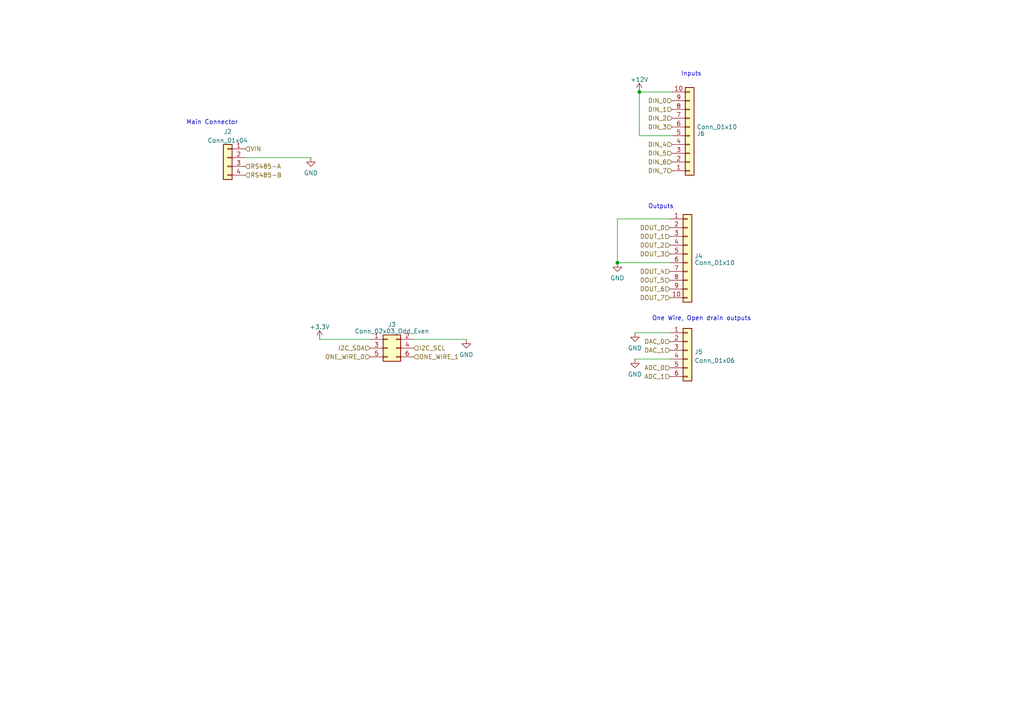
<source format=kicad_sch>
(kicad_sch (version 20230121) (generator eeschema)
  (paper "A4")
  (lib_symbols
    (symbol "Connector_Generic:Conn_01x04" (pin_names (offset 1.016) hide)
      (property "Reference" "J" (at 0 5.08 0))
      (property "Value" "Conn_01x04" (at 0 -7.62 0))
      (symbol "Conn_01x04_1_1"
        (rectangle (start -1.27 -4.953) (end 0 -5.207) (stroke (width 0.1524)))
        (rectangle (start -1.27 -2.413) (end 0 -2.667) (stroke (width 0.1524)))
        (rectangle (start -1.27 0.127) (end 0 -0.127) (stroke (width 0.1524)))
        (rectangle (start -1.27 2.667) (end 0 2.413) (stroke (width 0.1524)))
        (rectangle (start -1.27 3.81) (end 1.27 -6.35) (stroke (width 0.254)) (fill (type background)))
        (pin passive line (at -5.08 2.54 0) (length 3.81) (name "Pin_1") (number "1"))
        (pin passive line (at -5.08 0 0) (length 3.81) (name "Pin_2") (number "2"))
        (pin passive line (at -5.08 -2.54 0) (length 3.81) (name "Pin_3") (number "3"))
        (pin passive line (at -5.08 -5.08 0) (length 3.81) (name "Pin_4") (number "4"))
      )
    )
    (symbol "Connector_Generic:Conn_01x06" (pin_names (offset 1.016) hide)
      (property "Reference" "J" (at 0 7.62 0))
      (property "Value" "Conn_01x06" (at 0 -10.16 0))
      (symbol "Conn_01x06_1_1"
        (rectangle (start -1.27 -7.493) (end 0 -7.747) (stroke (width 0.1524)))
        (rectangle (start -1.27 -4.953) (end 0 -5.207) (stroke (width 0.1524)))
        (rectangle (start -1.27 -2.413) (end 0 -2.667) (stroke (width 0.1524)))
        (rectangle (start -1.27 0.127) (end 0 -0.127) (stroke (width 0.1524)))
        (rectangle (start -1.27 2.667) (end 0 2.413) (stroke (width 0.1524)))
        (rectangle (start -1.27 5.207) (end 0 4.953) (stroke (width 0.1524)))
        (rectangle (start -1.27 6.35) (end 1.27 -8.89) (stroke (width 0.254)) (fill (type background)))
        (pin passive line (at -5.08 5.08 0) (length 3.81) (name "Pin_1") (number "1"))
        (pin passive line (at -5.08 2.54 0) (length 3.81) (name "Pin_2") (number "2"))
        (pin passive line (at -5.08 0 0) (length 3.81) (name "Pin_3") (number "3"))
        (pin passive line (at -5.08 -2.54 0) (length 3.81) (name "Pin_4") (number "4"))
        (pin passive line (at -5.08 -5.08 0) (length 3.81) (name "Pin_5") (number "5"))
        (pin passive line (at -5.08 -7.62 0) (length 3.81) (name "Pin_6") (number "6"))
      )
    )
    (symbol "Connector_Generic:Conn_01x10" (pin_names (offset 1.016) hide)
      (property "Reference" "J" (at 0 12.7 0))
      (property "Value" "Conn_01x10" (at 0 -15.24 0))
      (symbol "Conn_01x10_1_1"
        (rectangle (start -1.27 -12.573) (end 0 -12.827) (stroke (width 0.1524)))
        (rectangle (start -1.27 -10.033) (end 0 -10.287) (stroke (width 0.1524)))
        (rectangle (start -1.27 -7.493) (end 0 -7.747) (stroke (width 0.1524)))
        (rectangle (start -1.27 -4.953) (end 0 -5.207) (stroke (width 0.1524)))
        (rectangle (start -1.27 -2.413) (end 0 -2.667) (stroke (width 0.1524)))
        (rectangle (start -1.27 0.127) (end 0 -0.127) (stroke (width 0.1524)))
        (rectangle (start -1.27 2.667) (end 0 2.413) (stroke (width 0.1524)))
        (rectangle (start -1.27 5.207) (end 0 4.953) (stroke (width 0.1524)))
        (rectangle (start -1.27 7.747) (end 0 7.493) (stroke (width 0.1524)))
        (rectangle (start -1.27 10.287) (end 0 10.033) (stroke (width 0.1524)))
        (rectangle (start -1.27 11.43) (end 1.27 -13.97) (stroke (width 0.254)) (fill (type background)))
        (pin passive line (at -5.08 10.16 0) (length 3.81) (name "Pin_1") (number "1"))
        (pin passive line (at -5.08 -12.7 0) (length 3.81) (name "Pin_10") (number "10"))
        (pin passive line (at -5.08 7.62 0) (length 3.81) (name "Pin_2") (number "2"))
        (pin passive line (at -5.08 5.08 0) (length 3.81) (name "Pin_3") (number "3"))
        (pin passive line (at -5.08 2.54 0) (length 3.81) (name "Pin_4") (number "4"))
        (pin passive line (at -5.08 0 0) (length 3.81) (name "Pin_5") (number "5"))
        (pin passive line (at -5.08 -2.54 0) (length 3.81) (name "Pin_6") (number "6"))
        (pin passive line (at -5.08 -5.08 0) (length 3.81) (name "Pin_7") (number "7"))
        (pin passive line (at -5.08 -7.62 0) (length 3.81) (name "Pin_8") (number "8"))
        (pin passive line (at -5.08 -10.16 0) (length 3.81) (name "Pin_9") (number "9"))
      )
    )
    (symbol "Connector_Generic:Conn_02x03_Odd_Even" (pin_names (offset 1.016) hide)
      (property "Reference" "J" (at 1.27 5.08 0))
      (property "Value" "Conn_02x03_Odd_Even" (at 1.27 -5.08 0))
      (symbol "Conn_02x03_Odd_Even_1_1"
        (rectangle (start -1.27 -2.413) (end 0 -2.667) (stroke (width 0.1524)))
        (rectangle (start -1.27 0.127) (end 0 -0.127) (stroke (width 0.1524)))
        (rectangle (start -1.27 2.667) (end 0 2.413) (stroke (width 0.1524)))
        (rectangle (start -1.27 3.81) (end 3.81 -3.81) (stroke (width 0.254)) (fill (type background)))
        (rectangle (start 3.81 -2.413) (end 2.54 -2.667) (stroke (width 0.1524)))
        (rectangle (start 3.81 0.127) (end 2.54 -0.127) (stroke (width 0.1524)))
        (rectangle (start 3.81 2.667) (end 2.54 2.413) (stroke (width 0.1524)))
        (pin passive line (at -5.08 2.54 0) (length 3.81) (name "Pin_1") (number "1"))
        (pin passive line (at 7.62 2.54 180) (length 3.81) (name "Pin_2") (number "2"))
        (pin passive line (at -5.08 0 0) (length 3.81) (name "Pin_3") (number "3"))
        (pin passive line (at 7.62 0 180) (length 3.81) (name "Pin_4") (number "4"))
        (pin passive line (at -5.08 -2.54 0) (length 3.81) (name "Pin_5") (number "5"))
        (pin passive line (at 7.62 -2.54 180) (length 3.81) (name "Pin_6") (number "6"))
      )
    )
    (symbol "power:+12V" (power) (pin_names (offset 0))
      (property "Value" "+12V" (at 0 3.556 0))
      (symbol "+12V_0_1"
        (polyline (pts (xy -0.762 1.27) (xy 0 2.54)))
        (polyline (pts (xy 0 0) (xy 0 2.54)))
        (polyline (pts (xy 0 2.54) (xy 0.762 1.27)))
      )
      (symbol "+12V_1_1"
        (pin power_in line (at 0 0 90) (length 0) hide (name "+12V") (number "1"))
      )
    )
    (symbol "power:+3.3V" (power) (pin_names (offset 0))
      (property "Value" "+3.3V" (at 0 3.556 0))
      (symbol "+3.3V_0_1"
        (polyline (pts (xy -0.762 1.27) (xy 0 2.54)))
        (polyline (pts (xy 0 0) (xy 0 2.54)))
        (polyline (pts (xy 0 2.54) (xy 0.762 1.27)))
      )
      (symbol "+3.3V_1_1"
        (pin power_in line (at 0 0 90) (length 0) hide (name "+3.3V") (number "1"))
      )
    )
    (symbol "power:GND" (power) (pin_names (offset 0))
      (property "Value" "GND" (at 0 -3.81 0))
      (symbol "GND_0_1"
        (polyline (pts (xy 0 0) (xy 0 -1.27) (xy 1.27 -1.27) (xy 0 -2.54) (xy -1.27 -1.27) (xy 0 -1.27)))
      )
      (symbol "GND_1_1"
        (pin power_in line (at 0 0 270) (length 0) hide (name "GND") (number "1"))
      )
    )
  )
  (junction (at 185.42 26.67))
  (junction (at 179.07 76.2))
  (wire (pts (xy 185.42 26.67) (xy 185.42 39.37)))
  (wire (pts (xy 71.12 45.72) (xy 90.17 45.72)))
  (wire (pts (xy 185.42 39.37) (xy 194.945 39.37)))
  (wire (pts (xy 194.31 76.2) (xy 179.07 76.2)))
  (wire (pts (xy 179.07 76.2) (xy 179.07 63.5)))
  (wire (pts (xy 194.31 63.5) (xy 179.07 63.5)))
  (wire (pts (xy 184.15 96.52) (xy 194.31 96.52)))
  (wire (pts (xy 92.71 98.425) (xy 107.315 98.425)))
  (wire (pts (xy 184.15 104.14) (xy 194.31 104.14)))
  (wire (pts (xy 185.42 26.67) (xy 194.945 26.67)))
  (wire (pts (xy 120.015 98.425) (xy 135.255 98.425)))
  (text "Inputs" (at 197.485 22.225 0) (effects (font (size 1.27 1.27)) (justify left bottom)))
  (text "Main Connector\n" (at 53.975 36.322 0) (effects (font (size 1.27 1.27)) (justify left bottom)))
  (text "One Wire, Open drain outputs\n" (at 189.0854 93.1911 0) (effects (font (size 1.27 1.27)) (justify left bottom)))
  (text "Outputs" (at 187.96 60.706 0) (effects (font (size 1.27 1.27)) (justify left bottom)))
  (hierarchical_label "DIN_3" (shape input) (at 194.945 36.83 180))
  (hierarchical_label "ADC_0" (shape input) (at 194.31 106.68 180))
  (hierarchical_label "DOUT_3" (shape input) (at 194.31 73.66 180))
  (hierarchical_label "DOUT_4" (shape input) (at 194.31 78.74 180))
  (hierarchical_label "DAC_0" (shape input) (at 194.31 99.06 180))
  (hierarchical_label "RS485-B" (shape input) (at 71.12 50.8 0))
  (hierarchical_label "DOUT_1" (shape input) (at 194.31 68.58 180))
  (hierarchical_label "ONE_WIRE_1" (shape input) (at 120.015 103.505 0))
  (hierarchical_label "DIN_7" (shape input) (at 194.945 49.53 180))
  (hierarchical_label "ONE_WIRE_0" (shape input) (at 107.315 103.505 180))
  (hierarchical_label "VIN" (shape input) (at 71.12 43.18 0))
  (hierarchical_label "DIN_5" (shape input) (at 194.945 44.45 180))
  (hierarchical_label "DOUT_7" (shape input) (at 194.31 86.36 180))
  (hierarchical_label "I2C_SCL" (shape input) (at 120.015 100.965 0))
  (hierarchical_label "DIN_0" (shape input) (at 194.945 29.21 180))
  (hierarchical_label "RS485-A" (shape input) (at 71.12 48.26 0))
  (hierarchical_label "DIN_4" (shape input) (at 194.945 41.91 180))
  (hierarchical_label "DIN_1" (shape input) (at 194.945 31.75 180))
  (hierarchical_label "DOUT_0" (shape input) (at 194.31 66.04 180))
  (hierarchical_label "DOUT_6" (shape input) (at 194.31 83.82 180))
  (hierarchical_label "DAC_1" (shape input) (at 194.31 101.6 180))
  (hierarchical_label "ADC_1" (shape input) (at 194.31 109.22 180))
  (hierarchical_label "I2C_SDA" (shape input) (at 107.315 100.965 180))
  (hierarchical_label "DIN_2" (shape input) (at 194.945 34.29 180))
  (hierarchical_label "DOUT_5" (shape input) (at 194.31 81.28 180))
  (hierarchical_label "DOUT_2" (shape input) (at 194.31 71.12 180))
  (hierarchical_label "DIN_6" (shape input) (at 194.945 46.99 180))
  (symbol (lib_id "power:+3.3V") (at 92.71 98.425 0) (unit 1)
    (property "Reference" "#PWR073" (effects hide))
    (property "Value" "+3.3V" (at 92.71 94.8492 0))
  )
  (symbol (lib_id "power:+12V") (at 185.42 26.67 0) (unit 1)
    (property "Reference" "#PWR078" (effects hide))
    (property "Value" "+12V" (at 185.42 23.0942 0))
  )
  (symbol (lib_id "power:GND") (at 90.17 45.72 0) (unit 1)
    (property "Reference" "#PWR072" (effects hide))
    (property "Value" "GND" (at 90.17 50.1634 0))
  )
  (symbol (lib_id "Connector_Generic:Conn_01x04") (at 66.04 45.72 0) (mirror y) (unit 1)
    (property "Reference" "J2" (at 66.04 38.2102 0))
    (property "Value" "Conn_01x04" (at 66.04 40.7471 0))
    (property "Footprint" "Connector_Phoenix_MSTB:PhoenixContact_MSTBVA_2,5_4-G_1x04_P5.00mm_Vertical" (effects hide))
  )
  (symbol (lib_id "Connector_Generic:Conn_01x10") (at 200.025 39.37 0) (mirror x) (unit 1)
    (property "Reference" "J6" (at 202.057 38.7437 0) (effects (justify left)))
    (property "Value" "Conn_01x10" (at 202.057 36.8227 0) (effects (justify left)))
    (property "Footprint" "Connector_Phoenix_MC:PhoenixContact_MCV_1,5_10-G-3.5_1x10_P3.50mm_Vertical" (effects hide))
  )
  (symbol (lib_id "power:GND") (at 184.15 104.14 0) (unit 1)
    (property "Reference" "#PWR077" (effects hide))
    (property "Value" "GND" (at 184.15 108.5834 0))
  )
  (symbol (lib_id "Connector_Generic:Conn_01x10") (at 199.39 73.66 0) (unit 1)
    (property "Reference" "J4" (at 201.422 74.2863 0) (effects (justify left)))
    (property "Value" "Conn_01x10" (at 201.422 76.2073 0) (effects (justify left)))
    (property "Footprint" "Connector_Phoenix_MC:PhoenixContact_MCV_1,5_10-G-3.5_1x10_P3.50mm_Vertical" (effects hide))
  )
  (symbol (lib_id "power:GND") (at 184.15 96.52 0) (unit 1)
    (property "Reference" "#PWR076" (effects hide))
    (property "Value" "GND" (at 184.15 100.9634 0))
  )
  (symbol (lib_id "power:GND") (at 179.07 76.2 0) (unit 1)
    (property "Reference" "#PWR075" (effects hide))
    (property "Value" "GND" (at 179.07 80.6434 0))
  )
  (symbol (lib_id "Connector_Generic:Conn_02x03_Odd_Even") (at 112.395 100.965 0) (unit 1)
    (property "Reference" "J3" (at 113.665 94.1451 0))
    (property "Value" "Conn_02x03_Odd_Even" (at 113.665 96.0661 0))
    (property "Footprint" "Connector_PinSocket_2.54mm:PinSocket_2x03_P2.54mm_Vertical" (effects hide))
  )
  (symbol (lib_id "power:GND") (at 135.255 98.425 0) (unit 1)
    (property "Reference" "#PWR074" (effects hide))
    (property "Value" "GND" (at 135.255 102.8684 0))
  )
  (symbol (lib_id "Connector_Generic:Conn_01x06") (at 199.39 101.6 0) (unit 1)
    (property "Reference" "J5" (at 201.422 102.0353 0) (effects (justify left)))
    (property "Value" "Conn_01x06" (at 201.422 104.5722 0) (effects (justify left)))
    (property "Footprint" "Connector_Phoenix_MC:PhoenixContact_MCV_1,5_6-G-3.5_1x06_P3.50mm_Vertical" (effects hide))
  )
)
</source>
